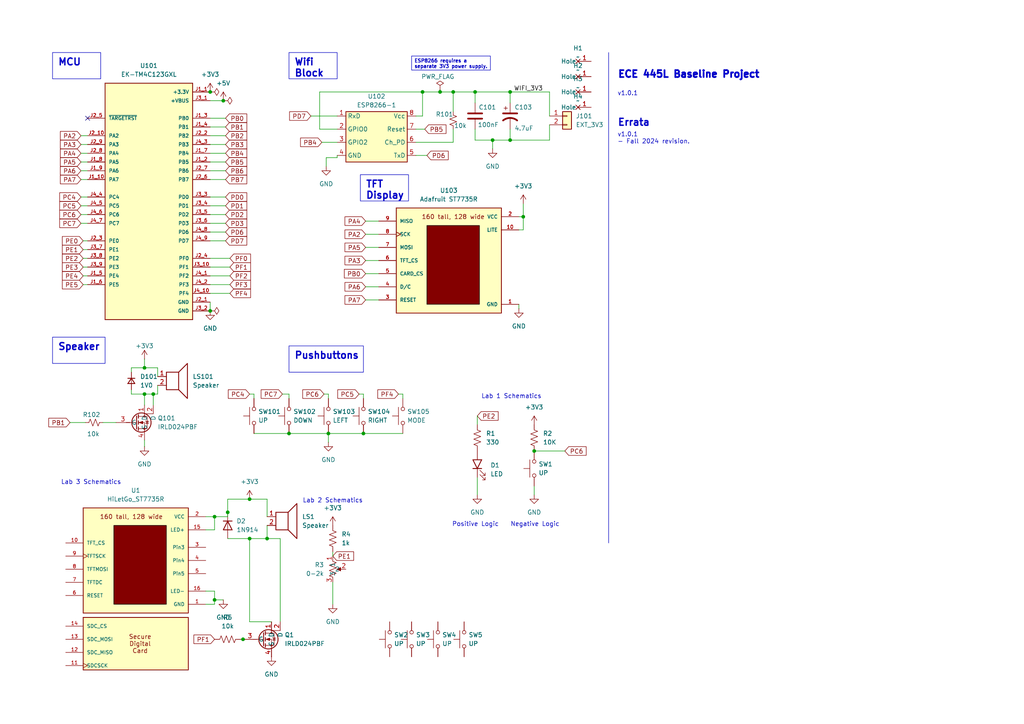
<source format=kicad_sch>
(kicad_sch (version 20231120) (generator "eeschema") (generator_version "8.0")
  (paper "A4")
  (title_block (title "ECE 445L Baseline Project") (date "2024-08-07") (rev "v1.0.1") (company "The University of Texas at Austin"))
  (lib_symbols
    (symbol "Connector_Generic:Conn_01x02" (pin_names (offset 1.016) hide)
      (property "Reference" "J" (at 0 2.54 0))
      (property "Value" "Conn_01x02" (at 0 -5.08 0))
      (symbol "Conn_01x02_1_1"
        (pin passive line (at -5.08 0 0) (length 3.81) (name "Pin_1") (number "1"))
        (pin passive line (at -5.08 -2.54 0) (length 3.81) (name "Pin_2") (number "2"))
      )
    )
    (symbol "Device:D_Small" (pin_numbers hide) (pin_names (offset 0.254) hide)
      (property "Reference" "D" (at -1.27 2.032 0))
      (property "Value" "D_Small" (at -3.81 -2.032 0))
      (symbol "D_Small_1_1"
        (pin passive line (at -2.54 0 0) (length 1.778) (name "K") (number "1"))
        (pin passive line (at 2.54 0 180) (length 1.778) (name "A") (number "2"))
      )
    )
    (symbol "Device:R_US" (pin_numbers hide) (pin_names (offset 0))
      (property "Reference" "R" (at 2.54 0 90))
      (property "Value" "R_US" (at -2.54 0 90))
      (symbol "R_US_1_1"
        (pin passive line (at 0 3.81 270) (length 1.27) (name "~") (number "1"))
        (pin passive line (at 0 -3.81 90) (length 1.27) (name "~") (number "2"))
      )
    )
    (symbol "Device:Speaker" (pin_names (offset 0) hide)
      (property "Reference" "LS" (at 1.27 5.715 0))
      (property "Value" "Speaker" (at 1.27 3.81 0))
      (symbol "Speaker_1_1"
        (pin input line (at -5.08 0 0) (length 2.54) (name "1") (number "1"))
        (pin input line (at -5.08 -2.54 0) (length 2.54) (name "2") (number "2"))
      )
    )
    (symbol "Diode:1N914" (pin_numbers hide) (pin_names hide)
      (property "Reference" "D" (at 0 2.54 0))
      (property "Value" "1N914" (at 0 -2.54 0))
      (symbol "1N914_1_1"
        (pin passive line (at -3.81 0 0) (length 2.54) (name "K") (number "1"))
        (pin passive line (at 3.81 0 180) (length 2.54) (name "A") (number "2"))
      )
    )
    (symbol "ECE 445L:HiLetGo_ST7735R" (pin_names (offset 1.016))
      (property "Reference" "U?" (at -15.24 16.002 0))
      (property "Value" "HiLetGo_ST7735R" (at -11.43 -34.29 0))
      (symbol "HiLetGo_ST7735R_1_0"
        (pin power_in line (at 20.32 -12.7 180) (length 5.08) (name "GND") (number "1"))
        (pin input line (at -20.32 5.08 0) (length 5.08) (name "TFT_CS") (number "10"))
        (pin input clock (at -20.32 -30.48 0) (length 5.08) (name "SDCSCK") (number "11"))
        (pin output line (at -20.32 -26.67 0) (length 5.08) (name "SDC_MISO") (number "12"))
        (pin input line (at -20.32 -22.86 0) (length 5.08) (name "SDC_MOSI") (number "13"))
        (pin input line (at -20.32 -19.05 0) (length 5.08) (name "SDC_CS") (number "14"))
        (pin power_in line (at 20.32 8.89 180) (length 5.08) (name "LED+") (number "15"))
        (pin power_in line (at 20.32 -8.89 180) (length 5.08) (name "LED-") (number "16"))
        (pin power_in line (at 20.32 12.7 180) (length 5.08) (name "VCC") (number "2"))
        (pin free line (at 20.32 3.81 180) (length 5.08) (name "Pin3") (number "3"))
        (pin free line (at 20.32 0 180) (length 5.08) (name "Pin4") (number "4"))
        (pin free line (at 20.32 -3.81 180) (length 5.08) (name "Pin5") (number "5"))
        (pin input line (at -20.32 -10.16 0) (length 5.08) (name "RESET") (number "6"))
        (pin input line (at -20.32 -6.35 0) (length 5.08) (name "TFTDC") (number "7"))
        (pin input line (at -20.32 -2.54 0) (length 5.08) (name "TFTMOSI") (number "8"))
        (pin input clock (at -20.32 1.27 0) (length 5.08) (name "TFTSCK") (number "9"))
      )
      (symbol "HiLetGo_ST7735R_1_1"
        (text "160 tall, 128 wide" (at -1.27 12.7 0) (effects (font (size 1.27 1.27))))
        (text "Secure\nDigital\nCard" (at 1.27 -24.13 0) (effects (font (size 1.27 1.27))))
      )
    )
    (symbol "ECE 445L:IRLD024PBF"
      (property "Reference" "Q" (at 6.35 5.715 0))
      (property "Value" "IRLD024PBF" (at 16.51 -1.905 0))
      (symbol "IRLD024PBF_1_1"
        (pin passive line (at 13.97 5.715 270) (length 2.54) (name "D") (number "1"))
        (pin passive line (at 16.51 5.715 270) (length 2.54) (name "D") (number "2"))
        (pin input line (at 5.715 0.635 0) (length 4) (name "G") (number "3"))
        (pin passive line (at 13.97 -4.445 90) (length 2.54) (name "S") (number "4"))
      )
    )
    (symbol "ECE 445L:LED" (pin_numbers hide) (pin_names (offset 1.016) hide)
      (property "Reference" "D" (at 1.27 1.27 0))
      (property "Value" "LED" (at -5.08 -1.27 0))
      (symbol "LED_1_1"
        (pin passive line (at -1.27 -3.81 90) (length 2.54) (name "K") (number "1"))
        (pin passive line (at -1.27 3.81 270) (length 2.54) (name "A") (number "2"))
      )
    )
    (symbol "ECE 445L:Potentiometer"
      (property "Reference" "R" (at 0 0 0))
      (property "Value" "10k" (at 0 0 0))
      (symbol "Potentiometer_1_1"
        (pin passive line (at 1.905 3.81 270) (length 1.27) (name "1") (number "1"))
        (pin passive line (at 5.715 0 180) (length 1.27) (name "2") (number "2"))
        (pin passive line (at 1.905 -3.81 90) (length 1.27) (name "3") (number "3"))
      )
    )
    (symbol "ECE 445L:SW_Push" (pin_numbers hide) (pin_names (offset 1.016) hide)
      (property "Reference" "SW101" (at 1.27 -1.27 90))
      (property "Value" "UP" (at -1.27 -1.27 90))
      (symbol "SW_Push_0_1"
        (pin passive line (at -5.08 0 0) (length 2.54) (name "1") (number "1"))
        (pin passive line (at 5.08 0 180) (length 2.54) (name "2") (number "2"))
      )
    )
    (symbol "ECE445L:Adafruit_ST7735R" (pin_names (offset 1.016))
      (property "Reference" "U?" (at -15.24 16.002 0))
      (property "Value" "Adafruit ST7735R" (at -15.24 -17.78 0))
      (symbol "Adafruit_ST7735R_1_0"
        (pin power_in line (at 20.32 -12.7 180) (length 5.08) (name "GND") (number "1"))
        (pin power_in line (at 20.32 8.89 180) (length 5.08) (name "LITE") (number "10"))
        (pin power_in line (at 20.32 12.7 180) (length 5.08) (name "VCC") (number "2"))
        (pin input line (at -20.32 -11.43 0) (length 5.08) (name "RESET") (number "3"))
        (pin input line (at -20.32 -7.62 0) (length 5.08) (name "D/C") (number "4"))
        (pin input line (at -20.32 -3.81 0) (length 5.08) (name "CARD_CS") (number "5"))
        (pin input line (at -20.32 0 0) (length 5.08) (name "TFT_CS") (number "6"))
        (pin input line (at -20.32 3.81 0) (length 5.08) (name "MOSI") (number "7"))
        (pin input clock (at -20.32 7.62 0) (length 5.08) (name "SCK") (number "8"))
        (pin output line (at -20.32 11.43 0) (length 5.08) (name "MISO") (number "9"))
      )
      (symbol "Adafruit_ST7735R_1_1"
        (text "160 tall, 128 wide" (at 1.27 12.7 0) (effects (font (size 1.27 1.27))))
      )
    )
    (symbol "ECE445L:C" (pin_numbers hide) (pin_names (offset 0.254))
      (property "Reference" "C" (at 0.635 2.54 0))
      (property "Value" "C" (at 0.635 -2.54 0))
      (symbol "C_1_1"
        (pin passive line (at 0 3.81 270) (length 2.794) (name "~") (number "1"))
        (pin passive line (at 0 -3.81 90) (length 2.794) (name "~") (number "2"))
      )
    )
    (symbol "ECE445L:C_Polarized" (pin_numbers hide) (pin_names (offset 0.254) hide)
      (property "Reference" "C" (at 0.635 2.54 0))
      (property "Value" "C_Polarized" (at 0.635 -2.54 0))
      (symbol "C_Polarized_1_1"
        (pin passive line (at 0 3.81 270) (length 2.794) (name "~") (number "1"))
        (pin passive line (at 0 -3.81 90) (length 3.302) (name "~") (number "2"))
      )
    )
    (symbol "ECE445L:EK-TM4C123GXL" (pin_names (offset 1.016))
      (property "Reference" "U?" (at -12.7367 34.3099 0))
      (property "Value" "EK-TM4C123GXL" (at -12.7129 -38.1075 0))
      (symbol "EK-TM4C123GXL_0_0"
        (pin power_in line (at 17.78 30.48 180) (length 5.08) (name "+3.3V") (number "J1_1"))
        (pin bidirectional line (at -17.78 5.08 0) (length 5.08) (name "PA7") (number "J1_10"))
        (pin bidirectional line (at 17.78 22.86 180) (length 5.08) (name "PB0") (number "J1_3"))
        (pin bidirectional line (at 17.78 20.32 180) (length 5.08) (name "PB1") (number "J1_4"))
        (pin bidirectional line (at -17.78 -22.86 0) (length 5.08) (name "PE4") (number "J1_5"))
        (pin bidirectional line (at -17.78 -25.4 0) (length 5.08) (name "PE5") (number "J1_6"))
        (pin bidirectional line (at 17.78 12.7 180) (length 5.08) (name "PB4") (number "J1_7"))
        (pin bidirectional line (at -17.78 10.16 0) (length 5.08) (name "PA5") (number "J1_8"))
        (pin bidirectional line (at -17.78 7.62 0) (length 5.08) (name "PA6") (number "J1_9"))
        (pin power_in line (at 17.78 -30.48 180) (length 5.08) (name "GND") (number "J2_1"))
        (pin bidirectional line (at -17.78 17.78 0) (length 5.08) (name "PA2") (number "J2_10"))
        (pin bidirectional line (at 17.78 17.78 180) (length 5.08) (name "PB2") (number "J2_2"))
        (pin bidirectional line (at -17.78 -12.7 0) (length 5.08) (name "PE0") (number "J2_3"))
        (pin bidirectional line (at 17.78 -17.78 180) (length 5.08) (name "PF0") (number "J2_4"))
        (pin input line (at -17.78 22.86 0) (length 5.08) (name "~{TARGETRST}") (number "J2_5"))
        (pin bidirectional line (at 17.78 5.08 180) (length 5.08) (name "PB7") (number "J2_6"))
        (pin bidirectional line (at 17.78 7.62 180) (length 5.08) (name "PB6") (number "J2_7"))
        (pin bidirectional line (at -17.78 12.7 0) (length 5.08) (name "PA4") (number "J2_8"))
        (pin bidirectional line (at -17.78 15.24 0) (length 5.08) (name "PA3") (number "J2_9"))
        (pin power_in line (at 17.78 27.94 180) (length 5.08) (name "+VBUS") (number "J3_1"))
        (pin bidirectional line (at 17.78 -20.32 180) (length 5.08) (name "PF1") (number "J3_10"))
        (pin power_in line (at 17.78 -33.02 180) (length 5.08) (name "GND") (number "J3_2"))
        (pin bidirectional line (at 17.78 0 180) (length 5.08) (name "PD0") (number "J3_3"))
        (pin bidirectional line (at 17.78 -2.54 180) (length 5.08) (name "PD1") (number "J3_4"))
        (pin bidirectional line (at 17.78 -5.08 180) (length 5.08) (name "PD2") (number "J3_5"))
        (pin bidirectional line (at 17.78 -7.62 180) (length 5.08) (name "PD3") (number "J3_6"))
        (pin bidirectional line (at -17.78 -15.24 0) (length 5.08) (name "PE1") (number "J3_7"))
        (pin bidirectional line (at -17.78 -17.78 0) (length 5.08) (name "PE2") (number "J3_8"))
        (pin bidirectional line (at -17.78 -20.32 0) (length 5.08) (name "PE3") (number "J3_9"))
        (pin bidirectional line (at 17.78 -22.86 180) (length 5.08) (name "PF2") (number "J4_1"))
        (pin bidirectional line (at 17.78 -27.94 180) (length 5.08) (name "PF4") (number "J4_10"))
        (pin bidirectional line (at 17.78 -25.4 180) (length 5.08) (name "PF3") (number "J4_2"))
        (pin bidirectional line (at 17.78 15.24 180) (length 5.08) (name "PB3") (number "J4_3"))
        (pin bidirectional line (at -17.78 0 0) (length 5.08) (name "PC4") (number "J4_4"))
        (pin bidirectional line (at -17.78 -2.54 0) (length 5.08) (name "PC5") (number "J4_5"))
        (pin bidirectional line (at -17.78 -5.08 0) (length 5.08) (name "PC6") (number "J4_6"))
        (pin bidirectional line (at -17.78 -7.62 0) (length 5.08) (name "PC7") (number "J4_7"))
        (pin bidirectional line (at 17.78 -10.16 180) (length 5.08) (name "PD6") (number "J4_8"))
        (pin bidirectional line (at 17.78 -12.7 180) (length 5.08) (name "PD7") (number "J4_9"))
      )
      (symbol "EK-TM4C123GXL_1_0"
        (pin bidirectional line (at 17.78 10.16 180) (length 5.08) (name "PB5") (number "J1_2"))
      )
    )
    (symbol "ECE445L:ESP8266-1"
      (property "Reference" "U" (at 0 0 0))
      (property "Value" "ESP8266-1" (at 0 8.255 0))
      (symbol "ESP8266-1_1_1"
        (pin passive line (at -10.795 5.715 0) (length 2.54) (name "RxD") (number "1"))
        (pin passive line (at -10.795 1.905 0) (length 2.54) (name "GPIO0") (number "2"))
        (pin passive line (at -10.795 -1.905 0) (length 2.54) (name "GPIO2") (number "3"))
        (pin passive line (at -10.795 -5.715 0) (length 2.54) (name "GND") (number "4"))
        (pin passive line (at 12.065 -5.715 180) (length 2.54) (name "TxD") (number "5"))
        (pin passive line (at 12.065 -1.905 180) (length 2.54) (name "Ch_PD") (number "6"))
        (pin passive line (at 12.065 1.905 180) (length 2.54) (name "Reset") (number "7"))
        (pin passive line (at 12.065 5.715 180) (length 2.54) (name "Vcc") (number "8"))
      )
    )
    (symbol "ECE445L:IRLD024PBF"
      (property "Reference" "Q" (at 6.35 5.715 0))
      (property "Value" "IRLD024PBF" (at 16.51 -1.905 0))
      (symbol "IRLD024PBF_1_1"
        (pin passive line (at 13.97 5.715 270) (length 2.54) (name "D") (number "1"))
        (pin passive line (at 16.51 5.715 270) (length 2.54) (name "D") (number "2"))
        (pin input line (at 5.715 0.635 0) (length 4) (name "G") (number "3"))
        (pin passive line (at 13.97 -4.445 90) (length 2.54) (name "S") (number "4"))
      )
    )
    (symbol "ECE445L:MountingHole"
      (property "Reference" "H" (at 0 0 0))
      (symbol "MountingHole_1_1"
        (pin power_in non_logic (at 0 0 180) (length 3.81) (name "Hole") (number "1"))
      )
    )
    (symbol "ECE445L:R_0.125W" (pin_numbers hide) (pin_names (offset 0.254) hide)
      (property "Reference" "R" (at 0.762 0.508 0))
      (property "Value" "R_0.125W" (at 0.762 -1.016 0))
      (symbol "R_0.125W_1_1"
        (pin passive line (at 0 2.54 270) (length 1.016) (name "~") (number "1"))
        (pin passive line (at 0 -2.54 90) (length 1.016) (name "~") (number "2"))
      )
    )
    (symbol "Switch:SW_Push" (pin_numbers hide) (pin_names (offset 1.016) hide)
      (property "Reference" "SW" (at 1.27 2.54 0))
      (property "Value" "SW_Push" (at 0 -1.524 0))
      (symbol "SW_Push_0_1"
        (pin passive line (at -5.08 0 0) (length 2.54) (name "1") (number "1"))
        (pin passive line (at 5.08 0 180) (length 2.54) (name "2") (number "2"))
      )
    )
    (symbol "power:+3V3" (power) (pin_numbers hide) (pin_names (offset 0) hide)
      (property "Value" "+3V3" (at 0 3.556 0))
      (symbol "+3V3_1_1"
        (pin power_in line (at 0 0 90) (length 0) (name "~") (number "1"))
      )
    )
    (symbol "power:+5V" (power) (pin_numbers hide) (pin_names (offset 0) hide)
      (property "Value" "+5V" (at 0 3.556 0))
      (symbol "+5V_1_1"
        (pin power_in line (at 0 0 90) (length 0) (name "~") (number "1"))
      )
    )
    (symbol "power:GND" (power) (pin_numbers hide) (pin_names (offset 0) hide)
      (property "Value" "GND" (at 0 -3.81 0))
      (symbol "GND_1_1"
        (pin power_in line (at 0 0 270) (length 0) (name "~") (number "1"))
      )
    )
    (symbol "power:PWR_FLAG" (power) (pin_numbers hide) (pin_names (offset 0) hide)
      (property "Value" "PWR_FLAG" (at 0 3.81 0))
      (symbol "PWR_FLAG_0_0"
        (pin power_out line (at 0 0 90) (length 0) (name "~") (number "1"))
      )
    )
  )
  (junction (at 60.96 26.67))
  (junction (at 95.25 125.73))
  (junction (at 127.635 26.67))
  (junction (at 72.39 144.78))
  (junction (at 147.955 26.67))
  (junction (at 41.91 106.68))
  (junction (at 154.94 130.81))
  (junction (at 44.45 114.3))
  (junction (at 77.47 156.21))
  (junction (at 62.23 149.86))
  (junction (at 122.555 26.67))
  (junction (at 137.795 26.67))
  (junction (at 62.23 173.99))
  (junction (at 147.955 40.64))
  (junction (at 70.485 185.42))
  (junction (at 60.96 90.17))
  (junction (at 72.39 156.21))
  (junction (at 41.91 114.3))
  (junction (at 142.875 40.64))
  (junction (at 131.445 26.67))
  (junction (at 83.82 125.73))
  (junction (at 105.41 125.73))
  (junction (at 151.765 62.865))
  (junction (at 64.77 29.21))
  (junction (at 66.04 148.59))
  (no_connect (at 25.4 34.29))
  (wire (pts (xy 60.96 41.91) (xy 65.405 41.91)))
  (wire (pts (xy 66.04 144.78) (xy 72.39 144.78)))
  (wire (pts (xy 106.045 71.755) (xy 109.855 71.755)))
  (wire (pts (xy 93.345 41.275) (xy 97.79 41.275)))
  (wire (pts (xy 81.915 114.3) (xy 83.82 114.3)))
  (wire (pts (xy 66.04 156.21) (xy 72.39 156.21)))
  (wire (pts (xy 73.66 114.3) (xy 73.66 115.57)))
  (wire (pts (xy 116.84 114.3) (xy 116.84 115.57)))
  (wire (pts (xy 60.96 52.07) (xy 65.405 52.07)))
  (wire (pts (xy 60.96 36.83) (xy 65.405 36.83)))
  (wire (pts (xy 95.25 125.73) (xy 95.25 128.27)))
  (wire (pts (xy 20.32 122.555) (xy 24.765 122.555)))
  (wire (pts (xy 38.1 106.68) (xy 41.91 106.68)))
  (wire (pts (xy 94.615 45.72) (xy 94.615 48.26)))
  (wire (pts (xy 106.045 79.375) (xy 109.855 79.375)))
  (wire (pts (xy 60.96 69.85) (xy 65.405 69.85)))
  (wire (pts (xy 131.445 41.275) (xy 131.445 37.465)))
  (wire (pts (xy 23.495 64.77) (xy 25.4 64.77)))
  (wire (pts (xy 59.69 171.45) (xy 62.23 171.45)))
  (wire (pts (xy 147.955 40.64) (xy 159.385 40.64)))
  (wire (pts (xy 120.65 45.085) (xy 123.825 45.085)))
  (wire (pts (xy 60.96 77.47) (xy 66.675 77.47)))
  (wire (pts (xy 45.72 111.76) (xy 45.72 114.3)))
  (wire (pts (xy 92.71 26.67) (xy 92.71 37.465)))
  (wire (pts (xy 106.045 75.565) (xy 109.855 75.565)))
  (wire (pts (xy 24.13 77.47) (xy 25.4 77.47)))
  (wire (pts (xy 73.66 125.73) (xy 83.82 125.73)))
  (wire (pts (xy 69.85 185.42) (xy 70.485 185.42)))
  (wire (pts (xy 23.495 62.23) (xy 25.4 62.23)))
  (wire (pts (xy 97.79 45.72) (xy 94.615 45.72)))
  (wire (pts (xy 23.495 41.91) (xy 25.4 41.91)))
  (wire (pts (xy 142.875 40.64) (xy 137.795 40.64)))
  (wire (pts (xy 41.91 104.14) (xy 41.91 106.68)))
  (wire (pts (xy 29.845 122.555) (xy 33.655 122.555)))
  (wire (pts (xy 60.96 39.37) (xy 65.405 39.37)))
  (wire (pts (xy 81.28 180.34) (xy 81.28 156.21)))
  (wire (pts (xy 66.04 144.78) (xy 66.04 148.59)))
  (wire (pts (xy 154.94 130.81) (xy 163.83 130.81)))
  (wire (pts (xy 72.39 156.21) (xy 77.47 156.21)))
  (wire (pts (xy 60.96 87.63) (xy 60.96 90.17)))
  (wire (pts (xy 41.91 114.3) (xy 44.45 114.3)))
  (wire (pts (xy 131.445 26.67) (xy 127.635 26.67)))
  (wire (pts (xy 62.23 171.45) (xy 62.23 173.99)))
  (wire (pts (xy 24.13 72.39) (xy 25.4 72.39)))
  (wire (pts (xy 72.39 114.3) (xy 73.66 114.3)))
  (wire (pts (xy 38.1 106.68) (xy 38.1 107.95)))
  (wire (pts (xy 60.96 85.09) (xy 66.675 85.09)))
  (wire (pts (xy 24.13 69.85) (xy 25.4 69.85)))
  (wire (pts (xy 38.1 114.3) (xy 41.91 114.3)))
  (wire (pts (xy 127.635 26.035) (xy 127.635 26.67)))
  (wire (pts (xy 23.495 49.53) (xy 25.4 49.53)))
  (wire (pts (xy 77.47 152.4) (xy 77.47 156.21)))
  (wire (pts (xy 60.96 80.01) (xy 66.675 80.01)))
  (wire (pts (xy 120.65 33.655) (xy 122.555 33.655)))
  (wire (pts (xy 60.96 34.29) (xy 65.405 34.29)))
  (wire (pts (xy 151.765 59.055) (xy 151.765 62.865)))
  (wire (pts (xy 115.57 114.3) (xy 116.84 114.3)))
  (wire (pts (xy 24.13 80.01) (xy 25.4 80.01)))
  (wire (pts (xy 106.045 67.945) (xy 109.855 67.945)))
  (wire (pts (xy 59.69 149.86) (xy 62.23 149.86)))
  (wire (pts (xy 83.82 114.3) (xy 83.82 115.57)))
  (wire (pts (xy 97.79 45.085) (xy 97.79 45.72)))
  (wire (pts (xy 23.495 39.37) (xy 25.4 39.37)))
  (wire (pts (xy 83.82 125.73) (xy 95.25 125.73)))
  (wire (pts (xy 104.14 114.3) (xy 105.41 114.3)))
  (wire (pts (xy 138.43 143.51) (xy 138.43 138.43)))
  (wire (pts (xy 120.65 37.465) (xy 123.19 37.465)))
  (wire (pts (xy 23.495 44.45) (xy 25.4 44.45)))
  (wire (pts (xy 90.17 33.655) (xy 97.79 33.655)))
  (wire (pts (xy 60.96 29.21) (xy 64.77 29.21)))
  (wire (pts (xy 142.875 40.64) (xy 147.955 40.64)))
  (wire (pts (xy 137.795 26.67) (xy 131.445 26.67)))
  (wire (pts (xy 96.52 161.29) (xy 96.52 160.02)))
  (wire (pts (xy 106.045 64.135) (xy 109.855 64.135)))
  (polyline (pts (xy 176.53 15.24) (xy 176.53 157.48)))
  (wire (pts (xy 24.13 82.55) (xy 25.4 82.55)))
  (wire (pts (xy 23.495 52.07) (xy 25.4 52.07)))
  (wire (pts (xy 106.045 83.185) (xy 109.855 83.185)))
  (wire (pts (xy 151.765 66.675) (xy 151.765 62.865)))
  (wire (pts (xy 81.28 156.21) (xy 77.47 156.21)))
  (wire (pts (xy 62.23 173.99) (xy 64.77 173.99)))
  (wire (pts (xy 147.955 26.67) (xy 137.795 26.67)))
  (wire (pts (xy 106.045 86.995) (xy 109.855 86.995)))
  (wire (pts (xy 44.45 114.3) (xy 45.72 114.3)))
  (wire (pts (xy 23.495 46.99) (xy 25.4 46.99)))
  (wire (pts (xy 96.52 175.26) (xy 96.52 168.91)))
  (wire (pts (xy 93.98 114.3) (xy 95.25 114.3)))
  (wire (pts (xy 127.635 26.67) (xy 122.555 26.67)))
  (wire (pts (xy 105.41 125.73) (xy 116.84 125.73)))
  (wire (pts (xy 72.39 180.34) (xy 78.74 180.34)))
  (wire (pts (xy 59.69 153.67) (xy 62.23 153.67)))
  (wire (pts (xy 150.495 66.675) (xy 151.765 66.675)))
  (wire (pts (xy 62.23 175.26) (xy 59.69 175.26)))
  (wire (pts (xy 137.795 40.64) (xy 137.795 37.465)))
  (wire (pts (xy 159.385 36.195) (xy 159.385 40.64)))
  (wire (pts (xy 97.79 37.465) (xy 92.71 37.465)))
  (wire (pts (xy 77.47 144.78) (xy 72.39 144.78)))
  (wire (pts (xy 70.485 185.42) (xy 71.12 185.42)))
  (wire (pts (xy 60.96 64.77) (xy 65.405 64.77)))
  (wire (pts (xy 62.23 173.99) (xy 62.23 175.26)))
  (wire (pts (xy 150.495 88.265) (xy 150.495 89.535)))
  (wire (pts (xy 137.795 26.67) (xy 137.795 29.845)))
  (wire (pts (xy 120.65 41.275) (xy 131.445 41.275)))
  (wire (pts (xy 41.91 114.3) (xy 41.91 117.475)))
  (wire (pts (xy 142.875 43.18) (xy 142.875 40.64)))
  (wire (pts (xy 95.25 114.3) (xy 95.25 115.57)))
  (wire (pts (xy 122.555 33.655) (xy 122.555 26.67)))
  (wire (pts (xy 66.04 148.59) (xy 66.04 149.86)))
  (wire (pts (xy 60.96 82.55) (xy 66.675 82.55)))
  (wire (pts (xy 60.96 74.93) (xy 66.675 74.93)))
  (wire (pts (xy 62.23 149.86) (xy 66.04 149.86)))
  (wire (pts (xy 105.41 114.3) (xy 105.41 115.57)))
  (wire (pts (xy 95.25 125.73) (xy 105.41 125.73)))
  (wire (pts (xy 131.445 26.67) (xy 131.445 32.385)))
  (wire (pts (xy 44.45 114.3) (xy 44.45 117.475)))
  (wire (pts (xy 60.96 44.45) (xy 65.405 44.45)))
  (wire (pts (xy 60.96 67.31) (xy 65.405 67.31)))
  (wire (pts (xy 72.39 180.34) (xy 72.39 156.21)))
  (wire (pts (xy 60.96 57.15) (xy 65.405 57.15)))
  (wire (pts (xy 62.23 153.67) (xy 62.23 149.86)))
  (wire (pts (xy 23.495 57.15) (xy 25.4 57.15)))
  (wire (pts (xy 45.72 106.68) (xy 45.72 109.22)))
  (wire (pts (xy 41.91 127.635) (xy 41.91 129.54)))
  (wire (pts (xy 138.43 120.65) (xy 138.43 123.19)))
  (wire (pts (xy 147.955 40.64) (xy 147.955 37.465)))
  (wire (pts (xy 154.94 140.97) (xy 154.94 143.51)))
  (wire (pts (xy 60.96 59.69) (xy 65.405 59.69)))
  (wire (pts (xy 147.955 26.67) (xy 147.955 29.845)))
  (wire (pts (xy 122.555 26.67) (xy 92.71 26.67)))
  (wire (pts (xy 23.495 59.69) (xy 25.4 59.69)))
  (wire (pts (xy 77.47 149.86) (xy 77.47 144.78)))
  (wire (pts (xy 60.96 46.99) (xy 65.405 46.99)))
  (wire (pts (xy 159.385 26.67) (xy 159.385 33.655)))
  (wire (pts (xy 150.495 62.865) (xy 151.765 62.865)))
  (wire (pts (xy 60.96 62.23) (xy 65.405 62.23)))
  (wire (pts (xy 41.91 106.68) (xy 45.72 106.68)))
  (wire (pts (xy 60.96 49.53) (xy 65.405 49.53)))
  (wire (pts (xy 24.13 74.93) (xy 25.4 74.93)))
  (wire (pts (xy 159.385 26.67) (xy 147.955 26.67)))
  (wire (pts (xy 38.1 114.3) (xy 38.1 113.03)))
  (text_box "MCU" (at 15.24 15.24 0) (size 13.97 7.62) (effects (font (size 2 2) (thickness 0.4) (bold yes)) (justify left top)))
  (text_box "ESP8266 requires a separate 3V3 power supply." (at 119.38 16.256 0) (size 22.86 4.064) (effects (font (size 1 1) (bold yes)) (justify left top)))
  (text_box "Speaker" (at 15.24 97.79 0) (size 15.24 7.62) (effects (font (size 2 2) (thickness 0.4) (bold yes)) (justify left top)))
  (text_box "Pushbuttons" (at 83.82 100.33 0) (size 21.59 7.62) (effects (font (size 2 2) (thickness 0.4) (bold yes)) (justify left top)))
  (text_box "TFT Display" (at 104.521 50.673 0) (size 13.97 7.62) (effects (font (size 2 2) (thickness 0.4) (bold yes)) (justify left top)))
  (text_box "Wifi Block" (at 83.82 15.24 0) (size 13.97 7.62) (effects (font (size 2 2) (thickness 0.4) (bold yes)) (justify left top)))
  (text "Positive Logic\n" (at 137.922 152.146 0) (effects (font (size 1.27 1.27))))
  (text "v1.0.1\n- Fall 2024 revision." (at 179.07 41.91 0) (effects (font (size 1.27 1.27)) (justify left bottom)))
  (text "Lab 1 Schematics" (at 148.336 115.062 0) (effects (font (size 1.27 1.27))))
  (text "ECE 445L Baseline Project" (at 179.07 22.86 0) (effects (font (size 2 2) (thickness 0.6) (bold yes)) (justify left bottom)))
  (text "v1.0.1" (at 179.07 27.94 0) (effects (font (size 1.27 1.27)) (justify left bottom)))
  (text "Errata" (at 179.07 36.83 0) (effects (font (size 2 2) (thickness 0.4) (bold yes)) (justify left bottom)))
  (text "Negative Logic\n" (at 155.194 152.146 0) (effects (font (size 1.27 1.27))))
  (text "Lab 3 Schematics" (at 26.416 139.954 0) (effects (font (size 1.27 1.27))))
  (text "Lab 2 Schematics" (at 96.52 145.288 0) (effects (font (size 1.27 1.27))))
  (label "WIFI_3V3" (at 157.48 26.67 180))
  (global_label "PC5" (shape input) (at 23.495 59.69 180) (property "Intersheetrefs" "${INTERSHEET_REFS}" (effects (hide yes))))
  (global_label "PB6" (shape input) (at 65.405 49.53 0) (property "Intersheetrefs" "${INTERSHEET_REFS}" (effects (hide yes))))
  (global_label "PB2" (shape input) (at 65.405 39.37 0) (property "Intersheetrefs" "${INTERSHEET_REFS}" (effects (hide yes))))
  (global_label "PA7" (shape input) (at 23.495 52.07 180) (property "Intersheetrefs" "${INTERSHEET_REFS}" (effects (hide yes))))
  (global_label "PA4" (shape input) (at 23.495 44.45 180) (property "Intersheetrefs" "${INTERSHEET_REFS}" (effects (hide yes))))
  (global_label "PB5" (shape input) (at 65.405 46.99 0) (property "Intersheetrefs" "${INTERSHEET_REFS}" (effects (hide yes))))
  (global_label "PB3" (shape input) (at 65.405 41.91 0) (property "Intersheetrefs" "${INTERSHEET_REFS}" (effects (hide yes))))
  (global_label "PE2" (shape input) (at 138.43 120.65 0) (property "Intersheetrefs" "${INTERSHEET_REFS}" (effects (hide yes))))
  (global_label "PD7" (shape input) (at 65.405 69.85 0) (property "Intersheetrefs" "${INTERSHEET_REFS}" (effects (hide yes))))
  (global_label "PE0" (shape input) (at 24.13 69.85 180) (property "Intersheetrefs" "${INTERSHEET_REFS}" (effects (hide yes))))
  (global_label "PD1" (shape input) (at 65.405 59.69 0) (property "Intersheetrefs" "${INTERSHEET_REFS}" (effects (hide yes))))
  (global_label "PF4" (shape input) (at 66.675 85.09 0) (property "Intersheetrefs" "${INTERSHEET_REFS}" (effects (hide yes))))
  (global_label "PE3" (shape input) (at 24.13 77.47 180) (property "Intersheetrefs" "${INTERSHEET_REFS}" (effects (hide yes))))
  (global_label "PC7" (shape input) (at 23.495 64.77 180) (property "Intersheetrefs" "${INTERSHEET_REFS}" (effects (hide yes))))
  (global_label "PF1" (shape input) (at 62.23 185.42 180) (property "Intersheetrefs" "${INTERSHEET_REFS}" (effects (hide yes))))
  (global_label "PA2" (shape input) (at 106.045 67.945 180) (property "Intersheetrefs" "${INTERSHEET_REFS}" (effects (hide yes))))
  (global_label "PD7" (shape input) (at 90.17 33.655 180) (property "Intersheetrefs" "${INTERSHEET_REFS}" (effects (hide yes))))
  (global_label "PB4" (shape input) (at 93.345 41.275 180) (property "Intersheetrefs" "${INTERSHEET_REFS}" (effects (hide yes))))
  (global_label "PC7" (shape input) (at 81.915 114.3 180) (property "Intersheetrefs" "${INTERSHEET_REFS}" (effects (hide yes))))
  (global_label "PE2" (shape input) (at 24.13 74.93 180) (property "Intersheetrefs" "${INTERSHEET_REFS}" (effects (hide yes))))
  (global_label "PA3" (shape input) (at 23.495 41.91 180) (property "Intersheetrefs" "${INTERSHEET_REFS}" (effects (hide yes))))
  (global_label "PE4" (shape input) (at 24.13 80.01 180) (property "Intersheetrefs" "${INTERSHEET_REFS}" (effects (hide yes))))
  (global_label "PC4" (shape input) (at 23.495 57.15 180) (property "Intersheetrefs" "${INTERSHEET_REFS}" (effects (hide yes))))
  (global_label "PB0" (shape input) (at 65.405 34.29 0) (property "Intersheetrefs" "${INTERSHEET_REFS}" (effects (hide yes))))
  (global_label "PE1" (shape input) (at 24.13 72.39 180) (property "Intersheetrefs" "${INTERSHEET_REFS}" (effects (hide yes))))
  (global_label "PF3" (shape input) (at 66.675 82.55 0) (property "Intersheetrefs" "${INTERSHEET_REFS}" (effects (hide yes))))
  (global_label "PC4" (shape input) (at 72.39 114.3 180) (property "Intersheetrefs" "${INTERSHEET_REFS}" (effects (hide yes))))
  (global_label "PD3" (shape input) (at 65.405 64.77 0) (property "Intersheetrefs" "${INTERSHEET_REFS}" (effects (hide yes))))
  (global_label "PC6" (shape input) (at 93.98 114.3 180) (property "Intersheetrefs" "${INTERSHEET_REFS}" (effects (hide yes))))
  (global_label "PD0" (shape input) (at 65.405 57.15 0) (property "Intersheetrefs" "${INTERSHEET_REFS}" (effects (hide yes))))
  (global_label "PB7" (shape input) (at 65.405 52.07 0) (property "Intersheetrefs" "${INTERSHEET_REFS}" (effects (hide yes))))
  (global_label "PD6" (shape input) (at 123.825 45.085 0) (property "Intersheetrefs" "${INTERSHEET_REFS}" (effects (hide yes))))
  (global_label "PC6" (shape input) (at 163.83 130.81 0) (property "Intersheetrefs" "${INTERSHEET_REFS}" (effects (hide yes))))
  (global_label "PA2" (shape input) (at 23.495 39.37 180) (property "Intersheetrefs" "${INTERSHEET_REFS}" (effects (hide yes))))
  (global_label "PA7" (shape input) (at 106.045 86.995 180) (property "Intersheetrefs" "${INTERSHEET_REFS}" (effects (hide yes))))
  (global_label "PB1" (shape input) (at 20.32 122.555 180) (property "Intersheetrefs" "${INTERSHEET_REFS}" (effects (hide yes))))
  (global_label "PA6" (shape input) (at 106.045 83.185 180) (property "Intersheetrefs" "${INTERSHEET_REFS}" (effects (hide yes))))
  (global_label "PF0" (shape input) (at 66.675 74.93 0) (property "Intersheetrefs" "${INTERSHEET_REFS}" (effects (hide yes))))
  (global_label "PC6" (shape input) (at 23.495 62.23 180) (property "Intersheetrefs" "${INTERSHEET_REFS}" (effects (hide yes))))
  (global_label "PC5" (shape input) (at 104.14 114.3 180) (property "Intersheetrefs" "${INTERSHEET_REFS}" (effects (hide yes))))
  (global_label "PE5" (shape input) (at 24.13 82.55 180) (property "Intersheetrefs" "${INTERSHEET_REFS}" (effects (hide yes))))
  (global_label "PF4" (shape input) (at 115.57 114.3 180) (property "Intersheetrefs" "${INTERSHEET_REFS}" (effects (hide yes))))
  (global_label "PB5" (shape input) (at 123.19 37.465 0) (property "Intersheetrefs" "${INTERSHEET_REFS}" (effects (hide yes))))
  (global_label "PA3" (shape input) (at 106.045 75.565 180) (property "Intersheetrefs" "${INTERSHEET_REFS}" (effects (hide yes))))
  (global_label "PD6" (shape input) (at 65.405 67.31 0) (property "Intersheetrefs" "${INTERSHEET_REFS}" (effects (hide yes))))
  (global_label "PA4" (shape input) (at 106.045 64.135 180) (property "Intersheetrefs" "${INTERSHEET_REFS}" (effects (hide yes))))
  (global_label "PF1" (shape input) (at 66.675 77.47 0) (property "Intersheetrefs" "${INTERSHEET_REFS}" (effects (hide yes))))
  (global_label "PB1" (shape input) (at 65.405 36.83 0) (property "Intersheetrefs" "${INTERSHEET_REFS}" (effects (hide yes))))
  (global_label "PA6" (shape input) (at 23.495 49.53 180) (property "Intersheetrefs" "${INTERSHEET_REFS}" (effects (hide yes))))
  (global_label "PA5" (shape input) (at 106.045 71.755 180) (property "Intersheetrefs" "${INTERSHEET_REFS}" (effects (hide yes))))
  (global_label "PE1" (shape input) (at 96.52 161.29 0) (property "Intersheetrefs" "${INTERSHEET_REFS}" (effects (hide yes))))
  (global_label "PD2" (shape input) (at 65.405 62.23 0) (property "Intersheetrefs" "${INTERSHEET_REFS}" (effects (hide yes))))
  (global_label "PF2" (shape input) (at 66.675 80.01 0) (property "Intersheetrefs" "${INTERSHEET_REFS}" (effects (hide yes))))
  (global_label "PB0" (shape input) (at 106.045 79.375 180) (property "Intersheetrefs" "${INTERSHEET_REFS}" (effects (hide yes))))
  (global_label "PB4" (shape input) (at 65.405 44.45 0) (property "Intersheetrefs" "${INTERSHEET_REFS}" (effects (hide yes))))
  (global_label "PA5" (shape input) (at 23.495 46.99 180) (property "Intersheetrefs" "${INTERSHEET_REFS}" (effects (hide yes))))
  (symbol (lib_id "power:+3V3") (at 72.39 144.78 0) (unit 1)
    (property "Reference" "#PWR09" (effects (hide yes)))
    (property "Value" "+3V3" (at 72.39 139.7 0))
    (property "Description" "Power symbol creates a global label with name \"+3V3\"" (effects (hide yes)))
  )
  (symbol (lib_id "power:+3V3") (at 154.94 123.19 0) (unit 1)
    (property "Reference" "#PWR05" (effects (hide yes)))
    (property "Value" "+3V3" (at 154.94 118.11 0))
    (property "Description" "Power symbol creates a global label with name \"+3V3\"" (effects (hide yes)))
  )
  (symbol (lib_id "power:PWR_FLAG") (at 60.96 90.17 270) (unit 1)
    (property "Reference" "#FLG0102" (effects (hide yes)))
    (property "Value" "PWR_FLAG" (effects (hide yes)))
    (property "Description" "Special symbol for telling ERC where power comes from" (effects (hide yes)))
  )
  (symbol (lib_id "Device:D_Small") (at 38.1 110.49 270) (unit 1)
    (property "Reference" "D101" (at 40.64 109.22 90) (effects (justify left)))
    (property "Value" "1V0" (at 40.64 111.76 90) (effects (justify left)))
    (property "Footprint" "Diode_THT:D_5W_P12.70mm_Horizontal" (effects (hide yes)))
    (property "Description" "Diode, small symbol" (effects (hide yes)))
    (property "Cost" "0.10 " (effects (hide yes)))
    (property "Distributor" "Mouser" (effects (hide yes)))
    (property "Manufacturer" "onsemi" (effects (hide yes)))
    (property "P/N" "1N914 " (effects (hide yes)))
    (property "Sim.Device" "D" (effects (hide yes)))
    (property "Sim.Pins" "1=K 2=A" (effects (hide yes)))
  )
  (symbol (lib_id "ECE 445L:IRLD024PBF") (at 64.77 186.055 0) (unit 1)
    (property "Reference" "Q1" (at 82.55 184.1499 0) (effects (justify left)))
    (property "Value" "IRLD024PBF" (at 82.55 186.6899 0) (effects (justify left)))
    (property "Footprint" "ECE445L:DIP920W60P254L490H457Q4N" (effects (hide yes)))
    (property "Datasheet" "http://www.vishay.com/docs/91308/sihld24.pdf" (effects (hide yes)))
    (property "Description" "Vishay IRLD024PBF N-channel MOSFET Transistor, 2.5 A, 60 V, 4-Pin HVMDIP" (effects (hide yes)))
    (property "Height" "4.57" (effects (hide yes)))
    (property "Mouser Part Number" "844-IRLD024PBF" (effects (hide yes)))
    (property "Mouser Price/Stock" "https://www.mouser.co.uk/ProductDetail/Vishay-Siliconix/IRLD024PBF?qs=cvaI6ThkwxvrmVanJu5OcQ%3D%3D" (effects (hide yes)))
    (property "Manufacturer_Name" "Vishay" (effects (hide yes)))
    (property "Manufacturer_Part_Number" "IRLD024PBF" (effects (hide yes)))
  )
  (symbol (lib_id "Device:R_US") (at 154.94 127 0) (unit 1)
    (property "Reference" "R2" (at 157.48 125.7299 0) (effects (justify left)))
    (property "Value" "10K" (at 157.48 128.2699 0) (effects (justify left)))
    (property "Description" "Resistor, US symbol" (effects (hide yes)))
  )
  (symbol (lib_id "ECE445L:EK-TM4C123GXL") (at 43.18 57.15 0) (unit 1)
    (property "Reference" "U101" (at 43.18 19.05 0))
    (property "Value" "EK-TM4C123GXL" (at 43.18 21.59 0))
    (property "Footprint" "ECE445L:ti_EKTM4C123GXL" (effects (hide yes)))
    (property "Datasheet" "https://www.ti.com/lit/ds/symlink/tm4c123gh6pm.pdf?ts=1693244962384&ref_url=https%253A%252F%252Fwww.google.com%252F" (effects (hide yes)))
    (property "Distributor" "Mouser" (effects (hide yes)))
    (property "Manufacturer" "Texas Instruments" (effects (hide yes)))
    (property "P/N" "EK-TM4C123GXL" (effects (hide yes)))
    (property "Cost" "22.60" (effects (hide yes)))
  )
  (symbol (lib_id "ECE 445L:SW_Push") (at 119.38 185.42 90) (unit 1)
    (property "Reference" "SW3" (at 120.65 184.1499 90) (effects (justify right)))
    (property "Value" "UP" (at 120.65 186.6899 90) (effects (justify right)))
    (property "Footprint" "ECE445L:SW_PUSH_6mm" (effects (hide yes)))
    (property "Description" "Push button switch, generic, two pins" (effects (hide yes)))
  )
  (symbol (lib_id "ECE445L:IRLD024PBF") (at 27.94 123.19 0) (unit 1)
    (property "Reference" "Q101" (at 45.72 121.2849 0) (effects (justify left)))
    (property "Value" "IRLD024PBF" (at 45.72 123.8249 0) (effects (justify left)))
    (property "Footprint" "ECE445L:DIP920W60P254L490H457Q4N" (effects (hide yes)))
    (property "Datasheet" "http://www.vishay.com/docs/91308/sihld24.pdf" (effects (hide yes)))
    (property "Description" "Vishay IRLD024PBF N-channel MOSFET Transistor, 2.5 A, 60 V, 4-Pin HVMDIP" (effects (hide yes)))
    (property "Cost" "1.67" (effects (hide yes)))
    (property "Distributor" "Mouser" (effects (hide yes)))
    (property "Manufacturer" "Vishay" (effects (hide yes)))
    (property "P/N" "IRLD024PBF" (effects (hide yes)))
    (property "Sim.Device" "NMOS" (effects (hide yes)))
    (property "Sim.Type" "VDMOS" (effects (hide yes)))
    (property "Sim.Pins" "1=D 2=G 3=S" (effects (hide yes)))
    (property "Height" "4.57" (effects (hide yes)))
    (property "Mouser Part Number" "844-IRLD024PBF" (effects (hide yes)))
    (property "Mouser Price/Stock" "https://www.mouser.co.uk/ProductDetail/Vishay-Siliconix/IRLD024PBF?qs=cvaI6ThkwxvrmVanJu5OcQ%3D%3D" (effects (hide yes)))
    (property "Manufacturer_Name" "Vishay" (effects (hide yes)))
    (property "Manufacturer_Part_Number" "IRLD024PBF" (effects (hide yes)))
  )
  (symbol (lib_id "power:PWR_FLAG") (at 64.77 29.21 270) (unit 1)
    (property "Reference" "#FLG0103" (effects (hide yes)))
    (property "Value" "PWR_FLAG" (effects (hide yes)))
    (property "Description" "Special symbol for telling ERC where power comes from" (effects (hide yes)))
  )
  (symbol (lib_id "ECE 445L:SW_Push") (at 134.62 185.42 90) (unit 1)
    (property "Reference" "SW5" (at 135.89 184.1499 90) (effects (justify right)))
    (property "Value" "UP" (at 135.89 186.6899 90) (effects (justify right)))
    (property "Footprint" "ECE445L:SW_PUSH_6mm" (effects (hide yes)))
    (property "Description" "Push button switch, generic, two pins" (effects (hide yes)))
  )
  (symbol (lib_id "Switch:SW_Push") (at 73.66 120.65 90) (unit 1)
    (property "Reference" "SW101" (at 74.93 119.38 90) (effects (justify right)))
    (property "Value" "UP" (at 74.93 121.92 90) (effects (justify right)))
    (property "Footprint" "Button_Switch_THT:SW_PUSH_6mm" (effects (hide yes)))
    (property "Description" "Push button switch, generic, two pins" (effects (hide yes)))
  )
  (symbol (lib_id "power:GND") (at 138.43 143.51 0) (unit 1)
    (property "Reference" "#PWR04" (effects (hide yes)))
    (property "Value" "GND" (at 138.43 148.59 0))
    (property "Description" "Power symbol creates a global label with name \"GND\" , ground" (effects (hide yes)))
  )
  (symbol (lib_id "Device:R_US") (at 138.43 127 0) (unit 1)
    (property "Reference" "R1" (at 140.97 125.7299 0) (effects (justify left)))
    (property "Value" "330" (at 140.97 128.2699 0) (effects (justify left)))
    (property "Description" "Resistor, US symbol" (effects (hide yes)))
  )
  (symbol (lib_id "ECE445L:MountingHole") (at 171.45 22.225 0) (unit 1)
    (property "Reference" "H2" (at 167.64 19.05 0))
    (property "Value" "~" (at 167.64 20.32 0))
    (property "Footprint" "ECE445L:MountingHole_4_40" (effects (hide yes)))
    (property "Description" "Drill hole for 4-40 screw" (effects (hide yes)))
  )
  (symbol (lib_id "Connector_Generic:Conn_01x02") (at 164.465 33.655 0) (unit 1)
    (property "Reference" "J101" (at 167.005 33.655 0) (effects (justify left)))
    (property "Value" "EXT_3V3" (at 167.005 36.195 0) (effects (justify left)))
    (property "Footprint" "Connector_Samtec_HPM_THT:Samtec_HPM-02-01-x-S_Straight_1x02_Pitch5.08mm" (effects (hide yes)))
    (property "Description" "Generic connector, single row, 01x02, script generated (kicad-library-utils/schlib/autogen/connector/)" (effects (hide yes)))
  )
  (symbol (lib_id "Device:R_US") (at 66.04 185.42 90) (unit 1)
    (property "Reference" "R5" (at 66.04 179.07 90))
    (property "Value" "10k" (at 66.04 181.61 90))
    (property "Description" "Resistor, US symbol" (effects (hide yes)))
  )
  (symbol (lib_id "ECE445L:C_Polarized") (at 147.955 33.655 0) (unit 1)
    (property "Reference" "C103" (at 149.225 31.115 0) (effects (justify left)))
    (property "Value" "4.7uF" (at 149.225 37.211 0) (effects (justify left)))
    (property "Footprint" "ECE445L:CP_Radial_Tantal200mil" (effects (hide yes)))
    (property "Description" "Polarized capacitor, US symbol" (effects (hide yes)))
  )
  (symbol (lib_id "ECE 445L:HiLetGo_ST7735R") (at 39.37 162.56 0) (unit 1)
    (property "Reference" "U1" (at 39.37 142.24 0))
    (property "Value" "HiLetGo_ST7735R" (at 39.37 144.78 0))
    (property "Footprint" "ECE445L:hiletgo_st7735r" (effects (hide yes)))
    (property "Datasheet" "https://users.ece.utexas.edu/~valvano/mspm0/1-8-tft-display.pdf" (effects (hide yes)))
    (property "Description" "http://hiletgo.com/ProductDetail/2157911.html" (effects (hide yes)))
    (property "Distributor" "Amazon" (effects (hide yes)))
    (property "Manufacturer" "HiLetGo" (effects (hide yes)))
    (property "P/N" "https://www.amazon.com/s?k=hiletgo+ST7735R" (effects (hide yes)))
    (property "Cost" "9.95" (effects (hide yes)))
  )
  (symbol (lib_id "power:GND") (at 94.615 48.26 0) (unit 1)
    (property "Reference" "#PWR03" (effects (hide yes)))
    (property "Value" "GND" (at 94.615 53.34 0))
    (property "Description" "Power symbol creates a global label with name \"GND\" , ground" (effects (hide yes)))
  )
  (symbol (lib_id "power:+5V") (at 64.77 29.21 0) (unit 1)
    (property "Reference" "#PWR0105" (effects (hide yes)))
    (property "Value" "+5V" (at 64.77 24.13 0))
    (property "Description" "Power symbol creates a global label with name \"+5V\"" (effects (hide yes)))
  )
  (symbol (lib_id "power:GND") (at 95.25 128.27 0) (unit 1)
    (property "Reference" "#PWR0107" (effects (hide yes)))
    (property "Value" "GND" (at 95.25 133.35 0))
    (property "Description" "Power symbol creates a global label with name \"GND\" , ground" (effects (hide yes)))
  )
  (symbol (lib_id "power:+3V3") (at 96.52 152.4 0) (unit 1)
    (property "Reference" "#PWR08" (effects (hide yes)))
    (property "Value" "+3V3" (at 96.52 147.32 0))
    (property "Description" "Power symbol creates a global label with name \"+3V3\"" (effects (hide yes)))
  )
  (symbol (lib_id "power:GND") (at 150.495 89.535 0) (unit 1)
    (property "Reference" "#PWR02" (effects (hide yes)))
    (property "Value" "GND" (at 150.495 94.615 0))
    (property "Description" "Power symbol creates a global label with name \"GND\" , ground" (effects (hide yes)))
  )
  (symbol (lib_id "ECE445L:C") (at 137.795 33.655 0) (unit 1)
    (property "Reference" "C101" (at 138.811 31.115 0) (effects (justify left)))
    (property "Value" "100nF" (at 138.557 36.195 0) (effects (justify left)))
    (property "Footprint" "ECE445L:C_Axial_200mil" (effects (hide yes)))
    (property "Description" "Unpolarized capacitor" (effects (hide yes)))
  )
  (symbol (lib_id "ECE445L:MountingHole") (at 171.45 26.67 0) (unit 1)
    (property "Reference" "H3" (at 167.64 22.86 0))
    (property "Value" "~" (at 167.64 25.4 0))
    (property "Footprint" "ECE445L:MountingHole_4_40" (effects (hide yes)))
    (property "Description" "Drill hole for 4-40 screw" (effects (hide yes)))
  )
  (symbol (lib_id "ECE445L:R_0.125W") (at 131.445 34.925 0) (unit 1)
    (property "Reference" "R101" (at 126.365 33.147 0) (effects (justify left)))
    (property "Value" "10k" (at 131.699 36.449 0) (effects (justify left)))
    (property "Footprint" "ECE445L:R_Axial_DIN0204_L3.6mm_D1.6mm_P7.62mm_Horizontal" (effects (hide yes)))
    (property "Datasheet" "https://users.ece.utexas.edu/~valvano/mspm0/CarbonFilmresistors.pdf" (effects (hide yes)))
    (property "Description" "Resistor, small US symbol" (effects (hide yes)))
  )
  (symbol (lib_id "power:+3V3") (at 151.765 59.055 0) (unit 1)
    (property "Reference" "#PWR01" (effects (hide yes)))
    (property "Value" "+3V3" (at 151.765 53.975 0))
    (property "Description" "Power symbol creates a global label with name \"+3V3\"" (effects (hide yes)))
  )
  (symbol (lib_id "Switch:SW_Push") (at 83.82 120.65 90) (unit 1)
    (property "Reference" "SW102" (at 85.09 119.38 90) (effects (justify right)))
    (property "Value" "DOWN" (at 85.09 121.92 90) (effects (justify right)))
    (property "Footprint" "Button_Switch_THT:SW_PUSH_6mm" (effects (hide yes)))
    (property "Description" "Push button switch, generic, two pins" (effects (hide yes)))
  )
  (symbol (lib_id "power:GND") (at 142.875 43.18 0) (unit 1)
    (property "Reference" "#PWR0108" (effects (hide yes)))
    (property "Value" "GND" (at 142.875 48.26 0))
    (property "Description" "Power symbol creates a global label with name \"GND\" , ground" (effects (hide yes)))
  )
  (symbol (lib_id "ECE 445L:SW_Push") (at 154.94 135.89 90) (unit 1)
    (property "Reference" "SW1" (at 156.21 134.6199 90) (effects (justify right)))
    (property "Value" "UP" (at 156.21 137.1599 90) (effects (justify right)))
    (property "Footprint" "ECE445L:SW_PUSH_6mm" (effects (hide yes)))
    (property "Description" "Push button switch, generic, two pins" (effects (hide yes)))
  )
  (symbol (lib_id "Switch:SW_Push") (at 95.25 120.65 90) (unit 1)
    (property "Reference" "SW103" (at 96.52 119.38 90) (effects (justify right)))
    (property "Value" "LEFT" (at 96.52 121.92 90) (effects (justify right)))
    (property "Footprint" "Button_Switch_THT:SW_PUSH_6mm" (effects (hide yes)))
    (property "Description" "Push button switch, generic, two pins" (effects (hide yes)))
  )
  (symbol (lib_id "Switch:SW_Push") (at 105.41 120.65 90) (unit 1)
    (property "Reference" "SW104" (at 106.68 119.38 90) (effects (justify right)))
    (property "Value" "RIGHT" (at 106.68 121.92 90) (effects (justify right)))
    (property "Footprint" "Button_Switch_THT:SW_PUSH_6mm" (effects (hide yes)))
    (property "Description" "Push button switch, generic, two pins" (effects (hide yes)))
  )
  (symbol (lib_id "power:+3V3") (at 60.96 26.67 0) (unit 1)
    (property "Reference" "#PWR0103" (effects (hide yes)))
    (property "Value" "+3V3" (at 60.96 21.59 0))
    (property "Description" "Power symbol creates a global label with name \"+3V3\"" (effects (hide yes)))
  )
  (symbol (lib_id "Switch:SW_Push") (at 116.84 120.65 90) (unit 1)
    (property "Reference" "SW105" (at 118.11 119.38 90) (effects (justify right)))
    (property "Value" "MODE" (at 118.11 121.92 90) (effects (justify right)))
    (property "Footprint" "Button_Switch_THT:SW_PUSH_6mm" (effects (hide yes)))
    (property "Description" "Push button switch, generic, two pins" (effects (hide yes)))
  )
  (symbol (lib_id "power:GND") (at 41.91 129.54 0) (unit 1)
    (property "Reference" "#PWR0102" (effects (hide yes)))
    (property "Value" "GND" (at 41.91 134.62 0))
    (property "Description" "Power symbol creates a global label with name \"GND\" , ground" (effects (hide yes)))
  )
  (symbol (lib_id "Device:R_US") (at 96.52 156.21 0) (unit 1)
    (property "Reference" "R4" (at 99.06 154.9399 0) (effects (justify left)))
    (property "Value" "1k" (at 99.06 157.4799 0) (effects (justify left)))
    (property "Description" "Resistor, US symbol" (effects (hide yes)))
  )
  (symbol (lib_id "power:PWR_FLAG") (at 60.96 26.67 270) (unit 1)
    (property "Reference" "#FLG0101" (effects (hide yes)))
    (property "Value" "PWR_FLAG" (effects (hide yes)))
    (property "Description" "Special symbol for telling ERC where power comes from" (effects (hide yes)))
  )
  (symbol (lib_id "ECE 445L:Potentiometer") (at 94.615 165.1 0) (unit 1)
    (property "Reference" "R3" (at 93.98 163.8299 0) (effects (justify right)))
    (property "Value" "0-2k" (at 93.98 166.3699 0) (effects (justify right)))
    (property "Footprint" "ECE445L:Potentiometer" (effects (hide yes)))
  )
  (symbol (lib_id "power:GND") (at 64.77 173.99 0) (unit 1)
    (property "Reference" "#PWR011" (effects (hide yes)))
    (property "Value" "GND" (at 64.77 179.07 0))
    (property "Description" "Power symbol creates a global label with name \"GND\" , ground" (effects (hide yes)))
  )
  (symbol (lib_id "power:GND") (at 154.94 143.51 0) (unit 1)
    (property "Reference" "#PWR06" (effects (hide yes)))
    (property "Value" "GND" (at 154.94 148.59 0))
    (property "Description" "Power symbol creates a global label with name \"GND\" , ground" (effects (hide yes)))
  )
  (symbol (lib_id "power:GND") (at 78.74 190.5 0) (unit 1)
    (property "Reference" "#PWR010" (effects (hide yes)))
    (property "Value" "GND" (at 78.74 195.58 0))
    (property "Description" "Power symbol creates a global label with name \"GND\" , ground" (effects (hide yes)))
  )
  (symbol (lib_id "ECE 445L:LED") (at 139.7 134.62 0) (unit 1)
    (property "Reference" "D1" (at 142.24 134.9374 0) (effects (justify left)))
    (property "Value" "LED" (at 142.24 137.4774 0) (effects (justify left)))
    (property "Footprint" "ECE445L:LED_D5.0mm" (effects (hide yes)))
    (property "Datasheet" "https://users.ece.utexas.edu/~valvano/mspm0/HLMP-4700.pdf" (effects (hide yes)))
    (property "Description" "Light emitting diode" (effects (hide yes)))
  )
  (symbol (lib_id "Device:Speaker") (at 50.8 109.22 0) (unit 1)
    (property "Reference" "LS101" (at 55.88 109.22 0) (effects (justify left)))
    (property "Value" "Speaker" (at 55.88 111.76 0) (effects (justify left)))
    (property "Footprint" "Connector_PinHeader_2.54mm:PinHeader_1x02_P2.54mm_Vertical" (effects (hide yes)))
    (property "Description" "Speaker" (effects (hide yes)))
  )
  (symbol (lib_id "Device:Speaker") (at 82.55 149.86 0) (unit 1)
    (property "Reference" "LS1" (at 87.63 149.8599 0) (effects (justify left)))
    (property "Value" "Speaker" (at 87.63 152.3999 0) (effects (justify left)))
    (property "Description" "Speaker" (effects (hide yes)))
  )
  (symbol (lib_id "ECE 445L:SW_Push") (at 127 185.42 90) (unit 1)
    (property "Reference" "SW4" (at 128.27 184.1499 90) (effects (justify right)))
    (property "Value" "UP" (at 128.27 186.6899 90) (effects (justify right)))
    (property "Footprint" "ECE445L:SW_PUSH_6mm" (effects (hide yes)))
    (property "Description" "Push button switch, generic, two pins" (effects (hide yes)))
  )
  (symbol (lib_id "power:PWR_FLAG") (at 127.635 26.035 0) (unit 1)
    (property "Reference" "#FLG0104" (effects (hide yes)))
    (property "Value" "PWR_FLAG" (at 127 22.225 0))
    (property "Description" "Special symbol for telling ERC where power comes from" (effects (hide yes)))
  )
  (symbol (lib_id "power:GND") (at 60.96 90.17 0) (unit 1)
    (property "Reference" "#PWR0104" (effects (hide yes)))
    (property "Value" "GND" (at 60.96 95.25 0))
    (property "Description" "Power symbol creates a global label with name \"GND\" , ground" (effects (hide yes)))
  )
  (symbol (lib_id "ECE445L:MountingHole") (at 171.45 17.78 0) (unit 1)
    (property "Reference" "H1" (at 167.64 13.97 0))
    (property "Value" "~" (at 167.64 16.51 0))
    (property "Footprint" "ECE445L:MountingHole_4_40" (effects (hide yes)))
    (property "Description" "Drill hole for 4-40 screw" (effects (hide yes)))
  )
  (symbol (lib_id "ECE445L:ESP8266-1") (at 108.585 39.37 0) (unit 1)
    (property "Reference" "U102" (at 109.22 27.94 0))
    (property "Value" "ESP8266-1" (at 109.22 30.48 0))
    (property "Footprint" "ECE445L:PinHeader_2x04_P2.54mm_Vertical" (effects (hide yes)))
    (property "Datasheet" "https://www.microchip.ua/wireless/esp01.pdf" (effects (hide yes)))
    (property "Description" "Wifi module" (effects (hide yes)))
  )
  (symbol (lib_id "ECE445L:MountingHole") (at 171.45 31.115 0) (unit 1)
    (property "Reference" "H4" (at 167.64 27.94 0))
    (property "Value" "~" (at 167.64 29.21 0))
    (property "Footprint" "ECE445L:MountingHole_4_40" (effects (hide yes)))
    (property "Description" "Drill hole for 4-40 screw" (effects (hide yes)))
  )
  (symbol (lib_id "ECE 445L:SW_Push") (at 113.03 185.42 90) (unit 1)
    (property "Reference" "SW2" (at 114.3 184.1499 90) (effects (justify right)))
    (property "Value" "UP" (at 114.3 186.6899 90) (effects (justify right)))
    (property "Footprint" "ECE445L:SW_PUSH_6mm" (effects (hide yes)))
    (property "Description" "Push button switch, generic, two pins" (effects (hide yes)))
  )
  (symbol (lib_id "ECE445L:R_0.125W") (at 27.305 122.555 90) (unit 1)
    (property "Reference" "R102" (at 26.543 120.269 90))
    (property "Value" "10k" (at 27.051 125.857 90))
    (property "Footprint" "ECE445L:R_Axial_DIN0204_L3.6mm_D1.6mm_P7.62mm_Horizontal" (effects (hide yes)))
    (property "Datasheet" "https://users.ece.utexas.edu/~valvano/mspm0/CarbonFilmresistors.pdf" (effects (hide yes)))
    (property "Description" "Resistor, small US symbol" (effects (hide yes)))
  )
  (symbol (lib_id "power:+3V3") (at 41.91 104.14 0) (unit 1)
    (property "Reference" "#PWR0101" (effects (hide yes)))
    (property "Value" "+3V3" (at 41.91 100.33 0))
    (property "Description" "Power symbol creates a global label with name \"+3V3\"" (effects (hide yes)))
  )
  (symbol (lib_id "Diode:1N914") (at 66.04 152.4 270) (unit 1)
    (property "Reference" "D2" (at 68.58 151.1299 90) (effects (justify left)))
    (property "Value" "1N914" (at 68.58 153.6699 90) (effects (justify left)))
    (property "Footprint" "Diode_THT:D_DO-35_SOD27_P7.62mm_Horizontal" (effects (hide yes)))
    (property "Datasheet" "http://www.vishay.com/docs/85622/1n914.pdf" (effects (hide yes)))
    (property "Description" "100V 0.3A Small Signal Fast Switching Diode, DO-35" (effects (hide yes)))
    (property "Sim.Device" "D" (effects (hide yes)))
    (property "Sim.Pins" "1=K 2=A" (effects (hide yes)))
  )
  (symbol (lib_id "power:GND") (at 96.52 175.26 0) (unit 1)
    (property "Reference" "#PWR07" (effects (hide yes)))
    (property "Value" "GND" (at 96.52 180.34 0))
    (property "Description" "Power symbol creates a global label with name \"GND\" , ground" (effects (hide yes)))
  )
  (symbol (lib_id "ECE445L:Adafruit_ST7735R") (at 130.175 75.565 0) (unit 1)
    (property "Reference" "U103" (at 130.175 55.245 0))
    (property "Value" "Adafruit ST7735R" (at 130.175 57.785 0))
    (property "Footprint" "ECE445L:adafruit_st7735r2" (effects (hide yes)))
    (property "Datasheet" "https://www.mouser.com/datasheet/2/737/ST7735R_V0_2-2489618.pdf" (effects (hide yes)))
    (property "Distributor" "Mouser" (effects (hide yes)))
    (property "Manufacturer" "Adafruit" (effects (hide yes)))
    (property "P/N" "358" (effects (hide yes)))
    (property "Cost" "19.95" (effects (hide yes)))
  )
)
</source>
